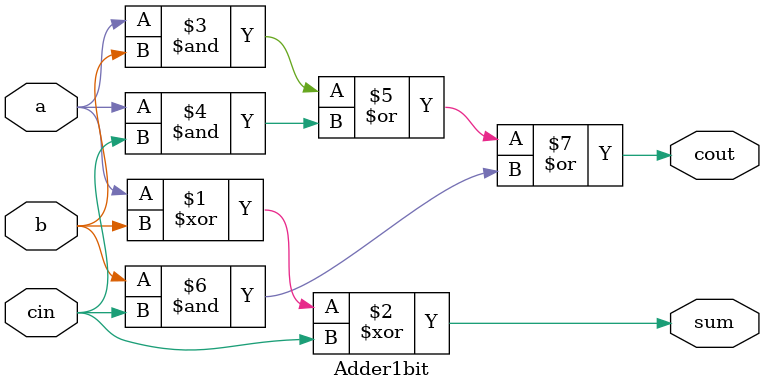
<source format=v>
module RippleCarry8bit(
    input [7:0]a,
    input [7:0]b,
    input cin,
    output [7:0]sum,
    output cout
    );

    wire connect;

    Adder4bit instance1(.a(a[3:0]), .b(b[3:0]), .cout(connect), .sum(sum[3:0]), .cin(cin));
    Adder4bit instance2(.a(a[7:4]), .b(b[7:4]), .cout(cout), .sum(sum[7:4]), .cin(connect));
endmodule

module Adder4bit(
    input [3:0]a,
    input [3:0]b,
    input cin,
    output [3:0]sum,
    output cout
    );

    wire connect1;
    wire connect2;
    wire connect3;

    Adder1bit instance1 (.a(a[0]), .b(b[0]), .cout(connect1), .sum(sum[0]), .cin(cin));
    Adder1bit instance2 (.a(a[1]), .b(b[1]), .cin(connect1), .sum(sum[1]), .cout(connect2));
    Adder1bit instance3 (.a(a[2]), .b(b[2]), .cin(connect2), .sum(sum[2]), .cout(connect3));
    Adder1bit instance4 (.a(a[3]), .b(b[3]), .cin(connect3), .sum(sum[3]), .cout(cout));

endmodule

module Adder1bit(
    input a, b, cin,
    output sum, cout
    );

    assign sum = a ^ b ^ cin;
    assign cout = a&b | a&cin | b&cin;

endmodule
</source>
